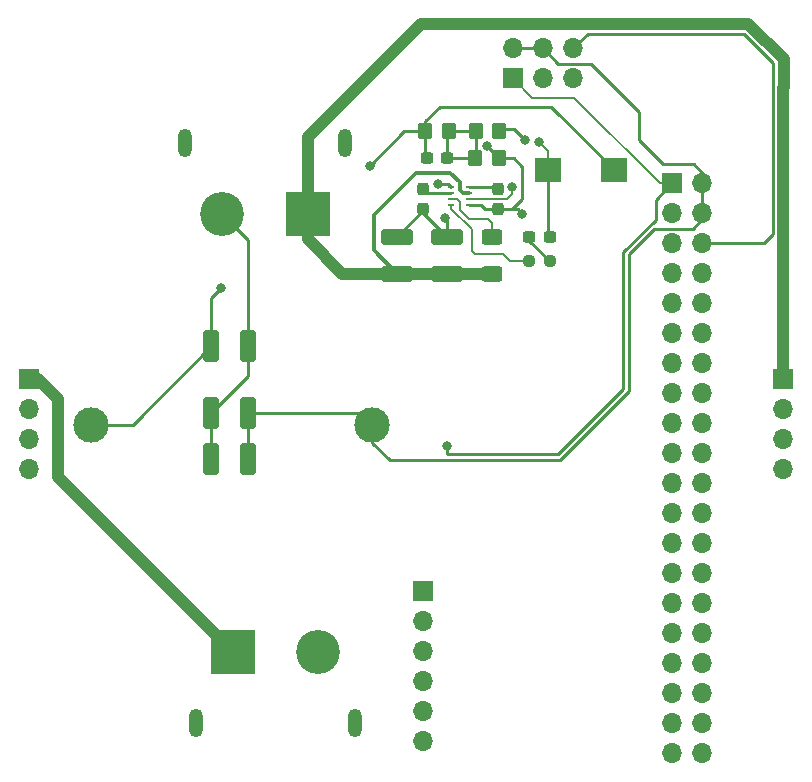
<source format=gbr>
%TF.GenerationSoftware,KiCad,Pcbnew,7.0.2-0*%
%TF.CreationDate,2023-05-05T21:51:11-04:00*%
%TF.ProjectId,Pi_HAT_V4,50695f48-4154-45f5-9634-2e6b69636164,rev?*%
%TF.SameCoordinates,Original*%
%TF.FileFunction,Copper,L2,Bot*%
%TF.FilePolarity,Positive*%
%FSLAX46Y46*%
G04 Gerber Fmt 4.6, Leading zero omitted, Abs format (unit mm)*
G04 Created by KiCad (PCBNEW 7.0.2-0) date 2023-05-05 21:51:11*
%MOMM*%
%LPD*%
G01*
G04 APERTURE LIST*
G04 Aperture macros list*
%AMRoundRect*
0 Rectangle with rounded corners*
0 $1 Rounding radius*
0 $2 $3 $4 $5 $6 $7 $8 $9 X,Y pos of 4 corners*
0 Add a 4 corners polygon primitive as box body*
4,1,4,$2,$3,$4,$5,$6,$7,$8,$9,$2,$3,0*
0 Add four circle primitives for the rounded corners*
1,1,$1+$1,$2,$3*
1,1,$1+$1,$4,$5*
1,1,$1+$1,$6,$7*
1,1,$1+$1,$8,$9*
0 Add four rect primitives between the rounded corners*
20,1,$1+$1,$2,$3,$4,$5,0*
20,1,$1+$1,$4,$5,$6,$7,0*
20,1,$1+$1,$6,$7,$8,$9,0*
20,1,$1+$1,$8,$9,$2,$3,0*%
G04 Aperture macros list end*
%TA.AperFunction,ComponentPad*%
%ADD10R,1.700000X1.700000*%
%TD*%
%TA.AperFunction,ComponentPad*%
%ADD11O,1.700000X1.700000*%
%TD*%
%TA.AperFunction,ComponentPad*%
%ADD12R,3.716000X3.716000*%
%TD*%
%TA.AperFunction,ComponentPad*%
%ADD13C,3.716000*%
%TD*%
%TA.AperFunction,ComponentPad*%
%ADD14O,1.200000X2.400000*%
%TD*%
%TA.AperFunction,ComponentPad*%
%ADD15C,3.000000*%
%TD*%
%TA.AperFunction,SMDPad,CuDef*%
%ADD16RoundRect,0.250000X0.412500X1.100000X-0.412500X1.100000X-0.412500X-1.100000X0.412500X-1.100000X0*%
%TD*%
%TA.AperFunction,SMDPad,CuDef*%
%ADD17RoundRect,0.237500X-0.300000X-0.237500X0.300000X-0.237500X0.300000X0.237500X-0.300000X0.237500X0*%
%TD*%
%TA.AperFunction,SMDPad,CuDef*%
%ADD18RoundRect,0.237500X-0.237500X0.300000X-0.237500X-0.300000X0.237500X-0.300000X0.237500X0.300000X0*%
%TD*%
%TA.AperFunction,SMDPad,CuDef*%
%ADD19RoundRect,0.250000X1.100000X-0.412500X1.100000X0.412500X-1.100000X0.412500X-1.100000X-0.412500X0*%
%TD*%
%TA.AperFunction,SMDPad,CuDef*%
%ADD20RoundRect,0.250000X0.625000X-0.400000X0.625000X0.400000X-0.625000X0.400000X-0.625000X-0.400000X0*%
%TD*%
%TA.AperFunction,SMDPad,CuDef*%
%ADD21RoundRect,0.237500X0.300000X0.237500X-0.300000X0.237500X-0.300000X-0.237500X0.300000X-0.237500X0*%
%TD*%
%TA.AperFunction,SMDPad,CuDef*%
%ADD22RoundRect,0.250000X0.350000X0.450000X-0.350000X0.450000X-0.350000X-0.450000X0.350000X-0.450000X0*%
%TD*%
%TA.AperFunction,SMDPad,CuDef*%
%ADD23R,2.260600X2.108200*%
%TD*%
%TA.AperFunction,SMDPad,CuDef*%
%ADD24RoundRect,0.250000X-0.350000X-0.450000X0.350000X-0.450000X0.350000X0.450000X-0.350000X0.450000X0*%
%TD*%
%TA.AperFunction,SMDPad,CuDef*%
%ADD25R,0.609600X0.279400*%
%TD*%
%TA.AperFunction,SMDPad,CuDef*%
%ADD26RoundRect,0.237500X-0.250000X-0.237500X0.250000X-0.237500X0.250000X0.237500X-0.250000X0.237500X0*%
%TD*%
%TA.AperFunction,SMDPad,CuDef*%
%ADD27RoundRect,0.250000X-0.412500X-1.100000X0.412500X-1.100000X0.412500X1.100000X-0.412500X1.100000X0*%
%TD*%
%TA.AperFunction,ViaPad*%
%ADD28C,0.800000*%
%TD*%
%TA.AperFunction,Conductor*%
%ADD29C,1.000000*%
%TD*%
%TA.AperFunction,Conductor*%
%ADD30C,0.250000*%
%TD*%
%TA.AperFunction,Conductor*%
%ADD31C,0.200000*%
%TD*%
%TA.AperFunction,Conductor*%
%ADD32C,0.300000*%
%TD*%
G04 APERTURE END LIST*
D10*
%TO.P,J3,1,Pin_1*%
%TO.N,/3.3V*%
X137475000Y-70525000D03*
D11*
%TO.P,J3,2,Pin_2*%
%TO.N,/5V*%
X137475000Y-67985000D03*
%TO.P,J3,3,Pin_3*%
%TO.N,/SDA*%
X140015000Y-70525000D03*
%TO.P,J3,4,Pin_4*%
%TO.N,/5V*%
X140015000Y-67985000D03*
%TO.P,J3,5,Pin_5*%
%TO.N,/SCL*%
X142555000Y-70525000D03*
%TO.P,J3,6,Pin_6*%
%TO.N,GND*%
X142555000Y-67985000D03*
%TD*%
D10*
%TO.P,J1,1,Pin_1*%
%TO.N,/3.3V*%
X129900000Y-113950000D03*
D11*
%TO.P,J1,2,Pin_2*%
%TO.N,unconnected-(J1-Pin_2-Pad2)*%
X129900000Y-116490000D03*
%TO.P,J1,3,Pin_3*%
%TO.N,GND*%
X129900000Y-119030000D03*
%TO.P,J1,4,Pin_4*%
%TO.N,/SCL*%
X129900000Y-121570000D03*
%TO.P,J1,5,Pin_5*%
%TO.N,/SDA*%
X129900000Y-124110000D03*
%TO.P,J1,6,Pin_6*%
%TO.N,unconnected-(J1-Pin_6-Pad6)*%
X129900000Y-126650000D03*
%TD*%
D10*
%TO.P,J2,1,Pin_1*%
%TO.N,/3.3V*%
X151000000Y-79400000D03*
D11*
%TO.P,J2,2,Pin_2*%
%TO.N,/5V*%
X153540000Y-79400000D03*
%TO.P,J2,3,Pin_3*%
%TO.N,/SDA*%
X151000000Y-81940000D03*
%TO.P,J2,4,Pin_4*%
%TO.N,/5V*%
X153540000Y-81940000D03*
%TO.P,J2,5,Pin_5*%
%TO.N,/SCL*%
X151000000Y-84480000D03*
%TO.P,J2,6,Pin_6*%
%TO.N,GND*%
X153540000Y-84480000D03*
%TO.P,J2,7,Pin_7*%
%TO.N,unconnected-(J2-Pin_7-Pad7)*%
X151000000Y-87020000D03*
%TO.P,J2,8,Pin_8*%
%TO.N,unconnected-(J2-Pin_8-Pad8)*%
X153540000Y-87020000D03*
%TO.P,J2,9,Pin_9*%
%TO.N,unconnected-(J2-Pin_9-Pad9)*%
X151000000Y-89560000D03*
%TO.P,J2,10,Pin_10*%
%TO.N,unconnected-(J2-Pin_10-Pad10)*%
X153540000Y-89560000D03*
%TO.P,J2,11,Pin_11*%
%TO.N,unconnected-(J2-Pin_11-Pad11)*%
X151000000Y-92100000D03*
%TO.P,J2,12,Pin_12*%
%TO.N,unconnected-(J2-Pin_12-Pad12)*%
X153540000Y-92100000D03*
%TO.P,J2,13,Pin_13*%
%TO.N,unconnected-(J2-Pin_13-Pad13)*%
X151000000Y-94640000D03*
%TO.P,J2,14,Pin_14*%
%TO.N,unconnected-(J2-Pin_14-Pad14)*%
X153540000Y-94640000D03*
%TO.P,J2,15,Pin_15*%
%TO.N,unconnected-(J2-Pin_15-Pad15)*%
X151000000Y-97180000D03*
%TO.P,J2,16,Pin_16*%
%TO.N,unconnected-(J2-Pin_16-Pad16)*%
X153540000Y-97180000D03*
%TO.P,J2,17,Pin_17*%
%TO.N,unconnected-(J2-Pin_17-Pad17)*%
X151000000Y-99720000D03*
%TO.P,J2,18,Pin_18*%
%TO.N,unconnected-(J2-Pin_18-Pad18)*%
X153540000Y-99720000D03*
%TO.P,J2,19,Pin_19*%
%TO.N,unconnected-(J2-Pin_19-Pad19)*%
X151000000Y-102260000D03*
%TO.P,J2,20,Pin_20*%
%TO.N,unconnected-(J2-Pin_20-Pad20)*%
X153540000Y-102260000D03*
%TO.P,J2,21,Pin_21*%
%TO.N,unconnected-(J2-Pin_21-Pad21)*%
X151000000Y-104800000D03*
%TO.P,J2,22,Pin_22*%
%TO.N,unconnected-(J2-Pin_22-Pad22)*%
X153540000Y-104800000D03*
%TO.P,J2,23,Pin_23*%
%TO.N,unconnected-(J2-Pin_23-Pad23)*%
X151000000Y-107340000D03*
%TO.P,J2,24,Pin_24*%
%TO.N,unconnected-(J2-Pin_24-Pad24)*%
X153540000Y-107340000D03*
%TO.P,J2,25,Pin_25*%
%TO.N,unconnected-(J2-Pin_25-Pad25)*%
X151000000Y-109880000D03*
%TO.P,J2,26,Pin_26*%
%TO.N,unconnected-(J2-Pin_26-Pad26)*%
X153540000Y-109880000D03*
%TO.P,J2,27,Pin_27*%
%TO.N,unconnected-(J2-Pin_27-Pad27)*%
X151000000Y-112420000D03*
%TO.P,J2,28,Pin_28*%
%TO.N,unconnected-(J2-Pin_28-Pad28)*%
X153540000Y-112420000D03*
%TO.P,J2,29,Pin_29*%
%TO.N,unconnected-(J2-Pin_29-Pad29)*%
X151000000Y-114960000D03*
%TO.P,J2,30,Pin_30*%
%TO.N,unconnected-(J2-Pin_30-Pad30)*%
X153540000Y-114960000D03*
%TO.P,J2,31,Pin_31*%
%TO.N,unconnected-(J2-Pin_31-Pad31)*%
X151000000Y-117500000D03*
%TO.P,J2,32,Pin_32*%
%TO.N,unconnected-(J2-Pin_32-Pad32)*%
X153540000Y-117500000D03*
%TO.P,J2,33,Pin_33*%
%TO.N,unconnected-(J2-Pin_33-Pad33)*%
X151000000Y-120040000D03*
%TO.P,J2,34,Pin_34*%
%TO.N,unconnected-(J2-Pin_34-Pad34)*%
X153540000Y-120040000D03*
%TO.P,J2,35,Pin_35*%
%TO.N,unconnected-(J2-Pin_35-Pad35)*%
X151000000Y-122580000D03*
%TO.P,J2,36,Pin_36*%
%TO.N,unconnected-(J2-Pin_36-Pad36)*%
X153540000Y-122580000D03*
%TO.P,J2,37,Pin_37*%
%TO.N,unconnected-(J2-Pin_37-Pad37)*%
X151000000Y-125120000D03*
%TO.P,J2,38,Pin_38*%
%TO.N,unconnected-(J2-Pin_38-Pad38)*%
X153540000Y-125120000D03*
%TO.P,J2,39,Pin_39*%
%TO.N,unconnected-(J2-Pin_39-Pad39)*%
X151000000Y-127660000D03*
%TO.P,J2,40,Pin_40*%
%TO.N,unconnected-(J2-Pin_40-Pad40)*%
X153540000Y-127660000D03*
%TD*%
D10*
%TO.P,J4,1,Pin_1*%
%TO.N,/Buck Converter/12V*%
X96550000Y-96000000D03*
D11*
%TO.P,J4,2,Pin_2*%
%TO.N,GND*%
X96550000Y-98540000D03*
%TO.P,J4,3,Pin_3*%
%TO.N,/SCL*%
X96550000Y-101080000D03*
%TO.P,J4,4,Pin_4*%
%TO.N,/SDA*%
X96550000Y-103620000D03*
%TD*%
D12*
%TO.P,J5,1,+*%
%TO.N,/Buck Converter/12V*%
X120100000Y-82000000D03*
D13*
%TO.P,J5,2,-*%
%TO.N,GND*%
X112900000Y-82000000D03*
D14*
%TO.P,J5,S1*%
%TO.N,N/C*%
X123250000Y-76000000D03*
%TO.P,J5,S2*%
X109750000Y-76000000D03*
%TD*%
D12*
%TO.P,J8,1,+*%
%TO.N,/Buck Converter/12V*%
X113800000Y-119100000D03*
D13*
%TO.P,J8,2,-*%
%TO.N,GND*%
X121000000Y-119100000D03*
D14*
%TO.P,J8,S1*%
%TO.N,N/C*%
X110650000Y-125100000D03*
%TO.P,J8,S2*%
X124150000Y-125100000D03*
%TD*%
D15*
%TO.P,L2,1,1*%
%TO.N,Net-(C5-Pad1)*%
X101800000Y-99850000D03*
%TO.P,L2,2,2*%
%TO.N,/5V*%
X125600000Y-99850000D03*
%TD*%
D10*
%TO.P,J6,1,Pin_1*%
%TO.N,/Buck Converter/12V*%
X160350000Y-96000000D03*
D11*
%TO.P,J6,2,Pin_2*%
%TO.N,GND*%
X160350000Y-98540000D03*
%TO.P,J6,3,Pin_3*%
%TO.N,/SCL*%
X160350000Y-101080000D03*
%TO.P,J6,4,Pin_4*%
%TO.N,/SDA*%
X160350000Y-103620000D03*
%TD*%
D16*
%TO.P,C7,1*%
%TO.N,/5V*%
X115062500Y-102750000D03*
%TO.P,C7,2*%
%TO.N,GND*%
X111937500Y-102750000D03*
%TD*%
D17*
%TO.P,C9,1*%
%TO.N,Net-(C5-Pad1)*%
X130212500Y-77275000D03*
%TO.P,C9,2*%
%TO.N,Net-(C9-Pad2)*%
X131937500Y-77275000D03*
%TD*%
D18*
%TO.P,C3,1*%
%TO.N,Net-(U1-PG)*%
X136250000Y-79887500D03*
%TO.P,C3,2*%
%TO.N,GND*%
X136250000Y-81612500D03*
%TD*%
D16*
%TO.P,C6,1*%
%TO.N,/5V*%
X115062500Y-98850000D03*
%TO.P,C6,2*%
%TO.N,GND*%
X111937500Y-98850000D03*
%TD*%
D19*
%TO.P,C1,1*%
%TO.N,/Buck Converter/12V*%
X131900000Y-87037500D03*
%TO.P,C1,2*%
%TO.N,GND*%
X131900000Y-83912500D03*
%TD*%
%TO.P,C2,1*%
%TO.N,/Buck Converter/12V*%
X127650000Y-87037500D03*
%TO.P,C2,2*%
%TO.N,GND*%
X127650000Y-83912500D03*
%TD*%
D20*
%TO.P,R2,1*%
%TO.N,/Buck Converter/12V*%
X135750000Y-87050000D03*
%TO.P,R2,2*%
%TO.N,Net-(U1-EN{slash}SYNC)*%
X135750000Y-83950000D03*
%TD*%
D21*
%TO.P,C4,1*%
%TO.N,Net-(U1-SW)*%
X140612500Y-83975000D03*
%TO.P,C4,2*%
%TO.N,Net-(C4-Pad2)*%
X138887500Y-83975000D03*
%TD*%
D22*
%TO.P,R5,1*%
%TO.N,GND*%
X136300000Y-77275000D03*
%TO.P,R5,2*%
%TO.N,Net-(C9-Pad2)*%
X134300000Y-77275000D03*
%TD*%
D23*
%TO.P,L1,2,2*%
%TO.N,Net-(C5-Pad1)*%
X146018600Y-78250000D03*
%TO.P,L1,1,1*%
%TO.N,Net-(U1-SW)*%
X140481400Y-78250000D03*
%TD*%
D24*
%TO.P,R14,1*%
%TO.N,Net-(C5-Pad1)*%
X130050000Y-75000000D03*
%TO.P,R14,2*%
%TO.N,Net-(C9-Pad2)*%
X132050000Y-75000000D03*
%TD*%
D25*
%TO.P,U1,1,PG*%
%TO.N,Net-(U1-PG)*%
X133749300Y-79749999D03*
%TO.P,U1,2,IN*%
%TO.N,/Buck Converter/12V*%
X133749300Y-80250000D03*
%TO.P,U1,3,SW*%
%TO.N,Net-(U1-SW)*%
X133749300Y-80750000D03*
%TO.P,U1,4,GND*%
%TO.N,GND*%
X133749300Y-81250001D03*
%TO.P,U1,5,BST*%
%TO.N,Net-(U1-BST)*%
X132250700Y-81250001D03*
%TO.P,U1,6,EN/SYNC*%
%TO.N,Net-(U1-EN{slash}SYNC)*%
X132250700Y-80750000D03*
%TO.P,U1,7,SS*%
%TO.N,Net-(U1-SS)*%
X132250700Y-80250000D03*
%TO.P,U1,8,FB*%
%TO.N,Net-(U1-FB)*%
X132250700Y-79749999D03*
%TD*%
D18*
%TO.P,C8,1*%
%TO.N,Net-(U1-SS)*%
X129875000Y-79887500D03*
%TO.P,C8,2*%
%TO.N,GND*%
X129875000Y-81612500D03*
%TD*%
D26*
%TO.P,R4,1*%
%TO.N,Net-(U1-BST)*%
X138812500Y-86000000D03*
%TO.P,R4,2*%
%TO.N,Net-(C4-Pad2)*%
X140637500Y-86000000D03*
%TD*%
D27*
%TO.P,C5,1*%
%TO.N,Net-(C5-Pad1)*%
X111937500Y-93200000D03*
%TO.P,C5,2*%
%TO.N,GND*%
X115062500Y-93200000D03*
%TD*%
D22*
%TO.P,R3,1*%
%TO.N,Net-(U1-FB)*%
X136325000Y-75000000D03*
%TO.P,R3,2*%
%TO.N,Net-(C9-Pad2)*%
X134325000Y-75000000D03*
%TD*%
D28*
%TO.N,/3.3V*%
X131900000Y-101600000D03*
%TO.N,GND*%
X135300000Y-76200000D03*
X138300000Y-82000000D03*
X131700000Y-82300000D03*
%TO.N,Net-(U1-SW)*%
X139700000Y-75900000D03*
X137450000Y-79750000D03*
%TO.N,Net-(C5-Pad1)*%
X125400000Y-77900000D03*
X112800000Y-88230500D03*
%TO.N,Net-(U1-FB)*%
X131150000Y-79450000D03*
X138500000Y-75750000D03*
%TD*%
D29*
%TO.N,/Buck Converter/12V*%
X97270000Y-96000000D02*
X98958400Y-97688400D01*
X98958400Y-97688400D02*
X98958400Y-104258400D01*
X98958400Y-104258400D02*
X113800000Y-119100000D01*
X96550000Y-96000000D02*
X97270000Y-96000000D01*
D30*
%TO.N,GND*%
X112900000Y-82000000D02*
X115062500Y-84162500D01*
X115062500Y-84162500D02*
X115062500Y-93200000D01*
X157050000Y-66725000D02*
X143815000Y-66725000D01*
X143815000Y-66725000D02*
X142555000Y-67985000D01*
X158720000Y-84480000D02*
X159525000Y-83675000D01*
X159525000Y-69200000D02*
X157050000Y-66725000D01*
X153540000Y-84480000D02*
X158720000Y-84480000D01*
X159525000Y-83675000D02*
X159525000Y-69200000D01*
D29*
%TO.N,/Buck Converter/12V*%
X120100000Y-82000000D02*
X120100000Y-84082800D01*
X120100000Y-84082800D02*
X123054700Y-87037500D01*
X123054700Y-87037500D02*
X127650000Y-87037500D01*
D30*
%TO.N,/3.3V*%
X149600000Y-82463604D02*
X149600000Y-80800000D01*
X131950000Y-102350000D02*
X141313604Y-102350000D01*
X146850000Y-85213604D02*
X149600000Y-82463604D01*
D31*
X142702022Y-72150000D02*
X149952022Y-79400000D01*
D30*
X131900000Y-101600000D02*
X131900000Y-102300000D01*
X131900000Y-102300000D02*
X131950000Y-102350000D01*
X149600000Y-80800000D02*
X151000000Y-79400000D01*
D31*
X139100000Y-72150000D02*
X142702022Y-72150000D01*
D30*
X141313604Y-102350000D02*
X146850000Y-96813604D01*
X146850000Y-96813604D02*
X146850000Y-85213604D01*
D31*
X137475000Y-70525000D02*
X139100000Y-72150000D01*
X149952022Y-79400000D02*
X151000000Y-79400000D01*
D30*
%TO.N,Net-(U1-SS)*%
X130237500Y-80250000D02*
X129875000Y-79887500D01*
X132250700Y-80250000D02*
X130237500Y-80250000D01*
%TO.N,GND*%
X138300000Y-82000000D02*
X137912500Y-81612500D01*
X138300000Y-78000000D02*
X137575000Y-77275000D01*
X134750001Y-81250001D02*
X133749300Y-81250001D01*
X135112500Y-81612500D02*
X134750001Y-81250001D01*
X137912500Y-81612500D02*
X137387500Y-81612500D01*
X129875000Y-81612500D02*
X129875000Y-81887500D01*
X136250000Y-81612500D02*
X135112500Y-81612500D01*
X135300000Y-76200000D02*
X135300000Y-76275000D01*
X131900000Y-83912500D02*
X131900000Y-82500000D01*
X111937500Y-98850000D02*
X111937500Y-102750000D01*
X137575000Y-77275000D02*
X136300000Y-77275000D01*
X129875000Y-81887500D02*
X131900000Y-83912500D01*
X115062500Y-95725000D02*
X111937500Y-98850000D01*
X129875000Y-81687500D02*
X127650000Y-83912500D01*
X138300000Y-80700000D02*
X138300000Y-78000000D01*
X115062500Y-93200000D02*
X115062500Y-95725000D01*
X129875000Y-81612500D02*
X129875000Y-81687500D01*
X135300000Y-76275000D02*
X136300000Y-77275000D01*
X131900000Y-82500000D02*
X131700000Y-82300000D01*
X136250000Y-81612500D02*
X137387500Y-81612500D01*
X137387500Y-81612500D02*
X138300000Y-80700000D01*
D32*
%TO.N,/Buck Converter/12V*%
X133000000Y-80000000D02*
X133000000Y-79300000D01*
X129250000Y-78500000D02*
X125700000Y-82050000D01*
X133749300Y-80250000D02*
X133250000Y-80250000D01*
D30*
X135737500Y-87037500D02*
X135750000Y-87050000D01*
D32*
X133250000Y-80250000D02*
X133000000Y-80000000D01*
X133000000Y-79300000D02*
X132200000Y-78500000D01*
X132200000Y-78500000D02*
X129250000Y-78500000D01*
D29*
X131900000Y-87037500D02*
X135737500Y-87037500D01*
D32*
X125700000Y-85087500D02*
X127650000Y-87037500D01*
X125700000Y-82050000D02*
X125700000Y-85087500D01*
D29*
X127650000Y-87037500D02*
X131900000Y-87037500D01*
D30*
%TO.N,/5V*%
X127050000Y-102800000D02*
X141500000Y-102800000D01*
X147300000Y-85400000D02*
X149400000Y-83300000D01*
X148150000Y-73350000D02*
X148150000Y-75750000D01*
X153540000Y-78540000D02*
X153540000Y-79400000D01*
X140015000Y-67985000D02*
X141330000Y-69300000D01*
X141330000Y-69300000D02*
X144100000Y-69300000D01*
X125550000Y-99850000D02*
X124550000Y-98850000D01*
X141500000Y-102800000D02*
X147300000Y-97000000D01*
X125600000Y-99850000D02*
X125550000Y-99850000D01*
X125600000Y-101350000D02*
X125600000Y-99850000D01*
X150200000Y-77800000D02*
X152800000Y-77800000D01*
X144100000Y-69300000D02*
X148150000Y-73350000D01*
X147300000Y-97000000D02*
X147300000Y-85400000D01*
X152700000Y-83300000D02*
X153540000Y-82460000D01*
X115062500Y-98850000D02*
X115062500Y-102750000D01*
X124550000Y-98850000D02*
X115062500Y-98850000D01*
X153540000Y-79400000D02*
X153540000Y-81940000D01*
X127050000Y-102800000D02*
X125600000Y-101350000D01*
X149400000Y-83300000D02*
X152700000Y-83300000D01*
X148150000Y-75750000D02*
X150200000Y-77800000D01*
X153540000Y-82460000D02*
X153540000Y-81940000D01*
X137475000Y-67985000D02*
X140015000Y-67985000D01*
X152800000Y-77800000D02*
X153540000Y-78540000D01*
%TO.N,Net-(U1-PG)*%
X136250000Y-79887500D02*
X136112499Y-79749999D01*
X136112499Y-79749999D02*
X133749300Y-79749999D01*
D31*
%TO.N,Net-(U1-SW)*%
X139700000Y-75900000D02*
X140481400Y-76681400D01*
X137400000Y-80300000D02*
X137450000Y-80250000D01*
X133749300Y-80750000D02*
X136950000Y-80750000D01*
D30*
X140481400Y-78250000D02*
X140481400Y-83843900D01*
D31*
X140481400Y-76681400D02*
X140481400Y-78250000D01*
X137450000Y-80250000D02*
X137450000Y-79750000D01*
D30*
X140481400Y-83843900D02*
X140612500Y-83975000D01*
D31*
X136950000Y-80750000D02*
X137400000Y-80300000D01*
D30*
%TO.N,Net-(C4-Pad2)*%
X138887500Y-83975000D02*
X138887500Y-84250000D01*
X138887500Y-84250000D02*
X140637500Y-86000000D01*
%TO.N,Net-(C5-Pad1)*%
X111937500Y-89093000D02*
X111937500Y-93200000D01*
X140700000Y-72900000D02*
X131300000Y-72900000D01*
X131300000Y-72900000D02*
X130050000Y-74150000D01*
X128300000Y-75000000D02*
X130050000Y-75000000D01*
X130050000Y-75000000D02*
X130050000Y-77112500D01*
X101800000Y-99850000D02*
X105287500Y-99850000D01*
X130050000Y-77112500D02*
X130212500Y-77275000D01*
X130050000Y-74150000D02*
X130050000Y-75000000D01*
X112800000Y-88230500D02*
X111937500Y-89093000D01*
X105287500Y-99850000D02*
X111937500Y-93200000D01*
X146018600Y-78218600D02*
X140700000Y-72900000D01*
X125400000Y-77900000D02*
X128300000Y-75000000D01*
X146018600Y-78250000D02*
X146018600Y-78218600D01*
D31*
%TO.N,Net-(U1-EN{slash}SYNC)*%
X133050000Y-81650000D02*
X133800000Y-82400000D01*
X132794221Y-80750000D02*
X133050000Y-81005779D01*
X132250700Y-80750000D02*
X132794221Y-80750000D01*
X133050000Y-81005779D02*
X133050000Y-81650000D01*
X135750000Y-82800000D02*
X135750000Y-83950000D01*
X133800000Y-82400000D02*
X135350000Y-82400000D01*
X135350000Y-82400000D02*
X135750000Y-82800000D01*
D30*
%TO.N,Net-(U1-FB)*%
X131950701Y-79450000D02*
X132250700Y-79749999D01*
X136525000Y-74800000D02*
X136325000Y-75000000D01*
X137550000Y-74800000D02*
X136525000Y-74800000D01*
X131150000Y-79450000D02*
X131950701Y-79450000D01*
X138500000Y-75750000D02*
X137550000Y-74800000D01*
%TO.N,Net-(C9-Pad2)*%
X132050000Y-75000000D02*
X134325000Y-75000000D01*
X134325000Y-77250000D02*
X134300000Y-77275000D01*
X134325000Y-75000000D02*
X134325000Y-77250000D01*
X131937500Y-77275000D02*
X131937500Y-75112500D01*
X134300000Y-77275000D02*
X131937500Y-77275000D01*
X131937500Y-75112500D02*
X132050000Y-75000000D01*
D31*
%TO.N,Net-(U1-BST)*%
X134300000Y-85400000D02*
X134000000Y-85100000D01*
X134000000Y-83300000D02*
X132250700Y-81550700D01*
X138812500Y-86000000D02*
X137250000Y-86000000D01*
X137250000Y-86000000D02*
X136650000Y-85400000D01*
X134000000Y-85100000D02*
X134000000Y-83300000D01*
X132250700Y-81550700D02*
X132250700Y-81250001D01*
X136650000Y-85400000D02*
X134300000Y-85400000D01*
D29*
%TO.N,/Buck Converter/12V*%
X160400000Y-68908274D02*
X160400000Y-71250000D01*
X120100000Y-75500000D02*
X129700000Y-65900000D01*
X157391726Y-65900000D02*
X160400000Y-68908274D01*
X129700000Y-65900000D02*
X157391726Y-65900000D01*
X160350000Y-71300000D02*
X160350000Y-96000000D01*
X160400000Y-71250000D02*
X160350000Y-71300000D01*
X120100000Y-82000000D02*
X120100000Y-75500000D01*
%TD*%
M02*

</source>
